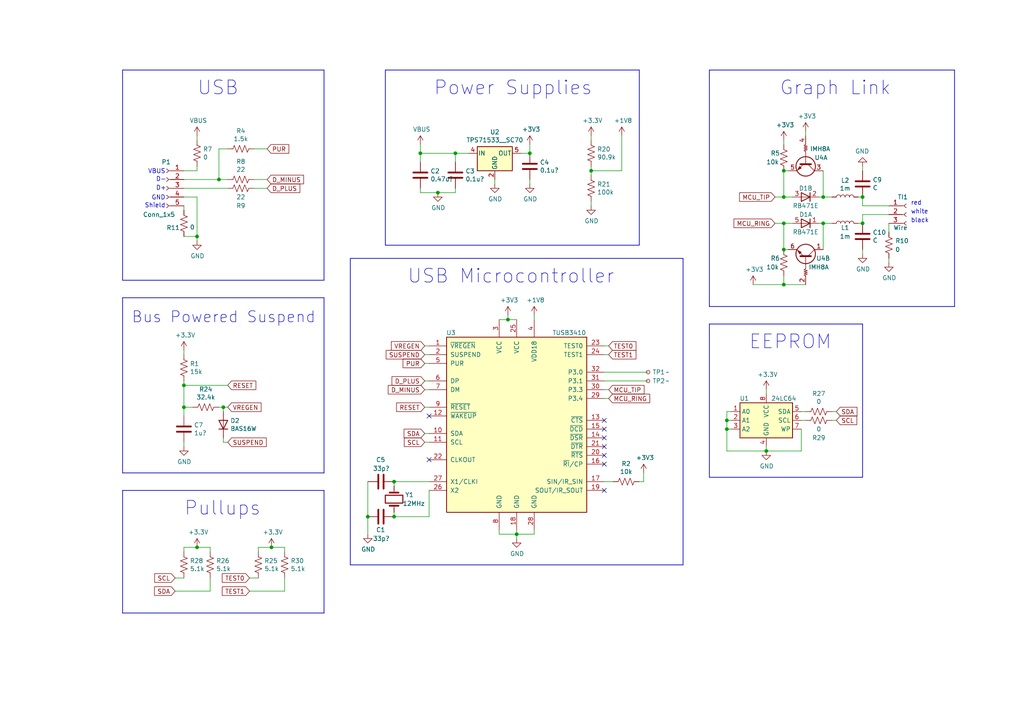
<source format=kicad_sch>
(kicad_sch (version 20230121) (generator eeschema)
  (paper "A4")
  (title_block (title "TI Silver Link \"B\"") (date "2021-Mar-01") (rev "1"))
  (lib_symbols
    (symbol "Connector:Conn_01x03_Female" (pin_names (offset 1.016) hide)
      (property "Reference" "J" (at 0 5.08 0))
      (property "Value" "Connector_Conn_01x03_Female" (at 0 -5.08 0))
      (symbol "Conn_01x03_Female_1_1"
        (arc (start 0 -2.032) (mid -0.5058 -2.54) (end 0 -3.048) (stroke (width 0.1524)))
        (polyline (pts (xy -1.27 -2.54) (xy -0.508 -2.54)) (stroke (width 0.1524)))
        (polyline (pts (xy -1.27 0) (xy -0.508 0)) (stroke (width 0.1524)))
        (polyline (pts (xy -1.27 2.54) (xy -0.508 2.54)) (stroke (width 0.1524)))
        (arc (start 0 0.508) (mid -0.5058 0) (end 0 -0.508) (stroke (width 0.1524)))
        (arc (start 0 3.048) (mid -0.5058 2.54) (end 0 2.032) (stroke (width 0.1524)))
        (pin passive line (at -5.08 2.54 0) (length 3.81) (name "Pin_1") (number "1"))
        (pin passive line (at -5.08 0 0) (length 3.81) (name "Pin_2") (number "2"))
        (pin passive line (at -5.08 -2.54 0) (length 3.81) (name "Pin_3") (number "3"))
      )
    )
    (symbol "Connector:Conn_01x05_Female" (pin_names (offset 1.016) hide)
      (property "Reference" "J" (at 0 7.62 0))
      (property "Value" "Connector_Conn_01x05_Female" (at 0 -7.62 0))
      (symbol "Conn_01x05_Female_1_1"
        (arc (start 0 -4.572) (mid -0.5058 -5.08) (end 0 -5.588) (stroke (width 0.1524)))
        (arc (start 0 -2.032) (mid -0.5058 -2.54) (end 0 -3.048) (stroke (width 0.1524)))
        (polyline (pts (xy -1.27 -5.08) (xy -0.508 -5.08)) (stroke (width 0.1524)))
        (polyline (pts (xy -1.27 -2.54) (xy -0.508 -2.54)) (stroke (width 0.1524)))
        (polyline (pts (xy -1.27 0) (xy -0.508 0)) (stroke (width 0.1524)))
        (polyline (pts (xy -1.27 2.54) (xy -0.508 2.54)) (stroke (width 0.1524)))
        (polyline (pts (xy -1.27 5.08) (xy -0.508 5.08)) (stroke (width 0.1524)))
        (arc (start 0 0.508) (mid -0.5058 0) (end 0 -0.508) (stroke (width 0.1524)))
        (arc (start 0 3.048) (mid -0.5058 2.54) (end 0 2.032) (stroke (width 0.1524)))
        (arc (start 0 5.588) (mid -0.5058 5.08) (end 0 4.572) (stroke (width 0.1524)))
        (pin passive line (at -5.08 5.08 0) (length 3.81) (name "Pin_1") (number "1"))
        (pin passive line (at -5.08 2.54 0) (length 3.81) (name "Pin_2") (number "2"))
        (pin passive line (at -5.08 0 0) (length 3.81) (name "Pin_3") (number "3"))
        (pin passive line (at -5.08 -2.54 0) (length 3.81) (name "Pin_4") (number "4"))
        (pin passive line (at -5.08 -5.08 0) (length 3.81) (name "Pin_5") (number "5"))
      )
    )
    (symbol "Connector:TestPoint_Small" (pin_numbers hide) (pin_names (offset 0.762) hide)
      (property "Reference" "TP" (at 0 3.81 0))
      (property "Value" "TestPoint_Small" (at 0 2.032 0))
      (symbol "TestPoint_Small_0_1"
        (circle (center 0 0) (radius 0.508))
      )
      (symbol "TestPoint_Small_1_1"
        (pin passive line (at 0 0 90) (length 0) (name "1") (number "1"))
      )
    )
    (symbol "Device:C" (pin_numbers hide) (pin_names (offset 0.254))
      (property "Reference" "C" (at 0.635 2.54 0))
      (property "Value" "C" (at 0.635 -2.54 0))
      (symbol "C_0_1"
        (polyline (pts (xy -2.032 -0.762) (xy 2.032 -0.762)) (stroke (width 0.508)))
        (polyline (pts (xy -2.032 0.762) (xy 2.032 0.762)) (stroke (width 0.508)))
      )
      (symbol "C_1_1"
        (pin passive line (at 0 3.81 270) (length 2.794) (name "~") (number "1"))
        (pin passive line (at 0 -3.81 90) (length 2.794) (name "~") (number "2"))
      )
    )
    (symbol "Device:Crystal" (pin_numbers hide) (pin_names (offset 1.016) hide)
      (property "Reference" "Y" (at 0 3.81 0))
      (property "Value" "Crystal" (at 0 -3.81 0))
      (symbol "Crystal_0_1"
        (rectangle (start -1.143 2.54) (end 1.143 -2.54) (stroke (width 0.3048)))
        (polyline (pts (xy -2.54 0) (xy -1.905 0)))
        (polyline (pts (xy -1.905 -1.27) (xy -1.905 1.27)) (stroke (width 0.508)))
        (polyline (pts (xy 1.905 -1.27) (xy 1.905 1.27)) (stroke (width 0.508)))
        (polyline (pts (xy 2.54 0) (xy 1.905 0)))
      )
      (symbol "Crystal_1_1"
        (pin passive line (at -3.81 0 0) (length 1.27) (name "1") (number "1"))
        (pin passive line (at 3.81 0 180) (length 1.27) (name "2") (number "2"))
      )
    )
    (symbol "Device:IMH8A" (pin_names hide)
      (property "Reference" "U" (at 3.81 1.27 0))
      (property "Value" "Device_IMH8A" (at 3.81 -1.27 0))
      (symbol "IMH8A_0_1"
        (polyline (pts (xy -0.762 0) (xy -4.318 0)))
        (polyline (pts (xy -0.635 1.524) (xy -0.635 -1.524)) (stroke (width 0.508)))
        (polyline (pts (xy -6.35 0) (xy -6.096 -0.508) (xy -5.842 0.508) (xy -5.588 -0.508) (xy -5.334 0.508) (xy -5.08 -0.508) (xy -4.826 0.508) (xy -4.572 -0.508) (xy -4.318 0)))
      )
      (symbol "IMH8A_1_1"
        (polyline (pts (xy -0.635 0.635) (xy 1.27 2.54)))
        (polyline (pts (xy -0.635 -0.635) (xy 1.27 -2.54) (xy 1.27 -2.54)))
        (polyline (pts (xy 0 -1.778) (xy 0.508 -1.27) (xy 1.016 -2.286) (xy 0 -1.778) (xy 0 -1.778)) (fill (type outline)))
        (circle (center 0 0) (radius 2.8194) (stroke (width 0.254)))
        (pin passive line (at 1.27 5.08 270) (length 2.54) (name "C1") (number "3"))
        (pin input line (at -8.89 0 0) (length 2.54) (name "B1") (number "4"))
        (pin passive line (at 1.27 -5.08 90) (length 2.54) (name "E1") (number "5"))
      )
      (symbol "IMH8A_2_1"
        (polyline (pts (xy -0.635 0.635) (xy 1.27 2.54)))
        (polyline (pts (xy -0.635 -0.635) (xy 1.27 -2.54) (xy 1.27 -2.54)))
        (polyline (pts (xy 0 -1.778) (xy 0.508 -1.27) (xy 1.016 -2.286) (xy 0 -1.778) (xy 0 -1.778)) (fill (type outline)))
        (circle (center 0 0) (radius 2.8194) (stroke (width 0.254)))
        (pin passive line (at 1.27 5.08 270) (length 2.54) (name "C1") (number "1"))
        (pin input line (at -8.89 0 0) (length 2.54) (name "B1") (number "2"))
        (pin passive line (at 1.27 -5.08 90) (length 2.54) (name "E1") (number "6"))
      )
    )
    (symbol "Device:L" (pin_numbers hide) (pin_names (offset 1.016) hide)
      (property "Reference" "L" (at -1.27 0 90))
      (property "Value" "L" (at 1.905 0 90))
      (symbol "L_0_1"
        (arc (start 0 -2.54) (mid 0.6323 -1.905) (end 0 -1.27))
        (arc (start 0 -1.27) (mid 0.6323 -0.635) (end 0 0))
        (arc (start 0 0) (mid 0.6323 0.635) (end 0 1.27))
        (arc (start 0 1.27) (mid 0.6323 1.905) (end 0 2.54))
      )
      (symbol "L_1_1"
        (pin passive line (at 0 3.81 270) (length 1.27) (name "1") (number "1"))
        (pin passive line (at 0 -3.81 90) (length 1.27) (name "2") (number "2"))
      )
    )
    (symbol "Device:R_US" (pin_numbers hide) (pin_names (offset 0))
      (property "Reference" "R" (at 2.54 0 90))
      (property "Value" "R_US" (at -2.54 0 90))
      (symbol "R_US_0_1"
        (polyline (pts (xy 0 -2.286) (xy 0 -2.54)))
        (polyline (pts (xy 0 2.286) (xy 0 2.54)))
        (polyline (pts (xy 0 -0.762) (xy 1.016 -1.143) (xy 0 -1.524) (xy -1.016 -1.905) (xy 0 -2.286)))
        (polyline (pts (xy 0 0.762) (xy 1.016 0.381) (xy 0 0) (xy -1.016 -0.381) (xy 0 -0.762)))
        (polyline (pts (xy 0 2.286) (xy 1.016 1.905) (xy 0 1.524) (xy -1.016 1.143) (xy 0 0.762)))
      )
      (symbol "R_US_1_1"
        (pin passive line (at 0 3.81 270) (length 1.27) (name "~") (number "1"))
        (pin passive line (at 0 -3.81 90) (length 1.27) (name "~") (number "2"))
      )
    )
    (symbol "Diode:BAS16W" (pin_numbers hide) (pin_names hide)
      (property "Reference" "D" (at 0 2.54 0))
      (property "Value" "BAS16W" (at 0 -2.54 0))
      (symbol "BAS16W_0_1"
        (polyline (pts (xy -1.27 1.27) (xy -1.27 -1.27)) (stroke (width 0.254)))
        (polyline (pts (xy 1.27 0) (xy -1.27 0)))
        (polyline (pts (xy 1.27 1.27) (xy 1.27 -1.27) (xy -1.27 0) (xy 1.27 1.27)) (stroke (width 0.254)))
      )
      (symbol "BAS16W_1_1"
        (pin passive line (at 3.81 0 180) (length 2.54) (name "A") (number "1"))
        (pin no_connect line (at -1.27 0 0) (length 2.54) hide (name "NC") (number "2"))
        (pin passive line (at -3.81 0 0) (length 2.54) (name "K") (number "3"))
      )
    )
    (symbol "Diode:RB417E" (pin_names (offset 1.016))
      (property "Reference" "D" (at 0 0 0))
      (property "Value" "Diode_RB417E" (at 0 0 0))
      (symbol "RB417E_0_1"
        (polyline (pts (xy -1.27 -3.81) (xy -1.27 -1.27)) (stroke (width 0.254)))
        (polyline (pts (xy -1.27 -2.54) (xy 1.27 -2.54)))
        (polyline (pts (xy -1.27 -2.54) (xy 1.27 -3.81) (xy 1.27 -1.27) (xy -1.27 -2.54)) (stroke (width 0.254)))
      )
      (symbol "RB417E_1_1"
        (pin passive line (at -3.81 -2.54 0) (length 2.54) (name "~") (number "1"))
        (pin passive line (at 3.81 -2.54 180) (length 2.54) (name "~") (number "5"))
      )
      (symbol "RB417E_2_1"
        (pin passive line (at -3.81 -2.54 0) (length 2.54) (name "~") (number "2"))
        (pin passive line (at 3.81 -2.54 180) (length 2.54) (name "~") (number "3"))
      )
    )
    (symbol "Interface_USB:TUSB3410" (pin_names (offset 1.016))
      (property "Reference" "U" (at -19.05 26.67 0))
      (property "Value" "Interface_USB_TUSB3410" (at 0 0 0))
      (symbol "TUSB3410_0_1"
        (rectangle (start -20.32 25.4) (end 20.32 -25.4) (stroke (width 0.254)) (fill (type background)))
      )
      (symbol "TUSB3410_1_1"
        (pin input line (at -25.4 22.86 0) (length 5.08) (name "~{VREGEN}") (number "1"))
        (pin bidirectional line (at -25.4 -2.54 0) (length 5.08) (name "SDA") (number "10"))
        (pin bidirectional line (at -25.4 -5.08 0) (length 5.08) (name "SCL") (number "11"))
        (pin input line (at -25.4 2.54 0) (length 5.08) (name "~{WAKEUP}") (number "12"))
        (pin input line (at 25.4 1.27 180) (length 5.08) (name "~{CTS}") (number "13"))
        (pin input line (at 25.4 -3.81 180) (length 5.08) (name "~{DSR}") (number "14"))
        (pin input line (at 25.4 -1.27 180) (length 5.08) (name "~{DCD}") (number "15"))
        (pin input line (at 25.4 -11.43 180) (length 5.08) (name "~{RI}/CP") (number "16"))
        (pin input line (at 25.4 -16.51 180) (length 5.08) (name "SIN/IR_SIN") (number "17"))
        (pin power_in line (at 0 -30.48 90) (length 5.08) (name "GND") (number "18"))
        (pin output line (at 25.4 -19.05 180) (length 5.08) (name "SOUT/IR_SOUT") (number "19"))
        (pin output line (at -25.4 20.32 0) (length 5.08) (name "SUSPEND") (number "2"))
        (pin output line (at 25.4 -8.89 180) (length 5.08) (name "~{RTS}") (number "20"))
        (pin output line (at 25.4 -6.35 180) (length 5.08) (name "~{DTR}") (number "21"))
        (pin output line (at -25.4 -10.16 0) (length 5.08) (name "CLKOUT") (number "22"))
        (pin input line (at 25.4 22.86 180) (length 5.08) (name "TEST0") (number "23"))
        (pin input line (at 25.4 20.32 180) (length 5.08) (name "TEST1") (number "24"))
        (pin power_in line (at 0 30.48 270) (length 5.08) (name "VCC") (number "25"))
        (pin output line (at -25.4 -19.05 0) (length 5.08) (name "X2") (number "26"))
        (pin input line (at -25.4 -16.51 0) (length 5.08) (name "X1/CLKI") (number "27"))
        (pin power_in line (at 5.08 -30.48 90) (length 5.08) (name "GND") (number "28"))
        (pin bidirectional line (at 25.4 7.62 180) (length 5.08) (name "P3.4") (number "29"))
        (pin power_in line (at -5.08 30.48 270) (length 5.08) (name "VCC") (number "3"))
        (pin bidirectional line (at 25.4 10.16 180) (length 5.08) (name "P3.3") (number "30"))
        (pin bidirectional line (at 25.4 12.7 180) (length 5.08) (name "P3.1") (number "31"))
        (pin bidirectional line (at 25.4 15.24 180) (length 5.08) (name "P3.0") (number "32"))
        (pin power_in line (at 5.08 30.48 270) (length 5.08) (name "VDD18") (number "4"))
        (pin output line (at -25.4 17.78 0) (length 5.08) (name "PUR") (number "5"))
        (pin bidirectional line (at -25.4 12.7 0) (length 5.08) (name "DP") (number "6"))
        (pin bidirectional line (at -25.4 10.16 0) (length 5.08) (name "DM") (number "7"))
        (pin power_in line (at -5.08 -30.48 90) (length 5.08) (name "GND") (number "8"))
        (pin input line (at -25.4 5.08 0) (length 5.08) (name "~{RESET}") (number "9"))
      )
    )
    (symbol "Memory_EEPROM:24LC64"
      (property "Reference" "U" (at -6.35 6.35 0))
      (property "Value" "24LC64" (at 1.27 6.35 0))
      (symbol "24LC64_1_1"
        (rectangle (start -7.62 5.08) (end 7.62 -5.08) (stroke (width 0.254)) (fill (type background)))
        (pin input line (at -10.16 2.54 0) (length 2.54) (name "A0") (number "1"))
        (pin input line (at -10.16 0 0) (length 2.54) (name "A1") (number "2"))
        (pin input line (at -10.16 -2.54 0) (length 2.54) (name "A2") (number "3"))
        (pin power_in line (at 0 -7.62 90) (length 2.54) (name "GND") (number "4"))
        (pin bidirectional line (at 10.16 2.54 180) (length 2.54) (name "SDA") (number "5"))
        (pin input line (at 10.16 0 180) (length 2.54) (name "SCL") (number "6"))
        (pin input line (at 10.16 -2.54 180) (length 2.54) (name "WP") (number "7"))
        (pin power_in line (at 0 7.62 270) (length 2.54) (name "VCC") (number "8"))
      )
    )
    (symbol "Regulator_Linear:TPS71533__SC70" (pin_names (offset 0.254))
      (property "Reference" "U" (at -3.81 3.175 0))
      (property "Value" "TPS71533__SC70" (at 0 3.175 0))
      (symbol "TPS71533__SC70_0_1"
        (rectangle (start -5.08 1.905) (end 5.08 -5.08) (stroke (width 0.254)) (fill (type background)))
      )
      (symbol "TPS71533__SC70_1_1"
        (pin no_connect line (at 5.08 -2.54 180) (length 2.54) hide (name "NC") (number "1"))
        (pin power_in line (at 0 -7.62 90) (length 2.54) (name "GND") (number "2"))
        (pin no_connect line (at -5.08 -2.54 0) (length 2.54) hide (name "NC") (number "3"))
        (pin power_in line (at -7.62 0 0) (length 2.54) (name "IN") (number "4"))
        (pin power_out line (at 7.62 0 180) (length 2.54) (name "OUT") (number "5"))
      )
    )
    (symbol "power:+1V8" (power) (pin_names (offset 0))
      (property "Value" "+1V8" (at 0 3.556 0))
      (symbol "+1V8_0_1"
        (polyline (pts (xy -0.762 1.27) (xy 0 2.54)))
        (polyline (pts (xy 0 0) (xy 0 2.54)))
        (polyline (pts (xy 0 2.54) (xy 0.762 1.27)))
      )
      (symbol "+1V8_1_1"
        (pin power_in line (at 0 0 90) (length 0) hide (name "+1V8") (number "1"))
      )
    )
    (symbol "power:+3.3V" (power) (pin_names (offset 0))
      (property "Value" "+3.3V" (at 0 3.556 0))
      (symbol "+3.3V_0_1"
        (polyline (pts (xy -0.762 1.27) (xy 0 2.54)))
        (polyline (pts (xy 0 0) (xy 0 2.54)))
        (polyline (pts (xy 0 2.54) (xy 0.762 1.27)))
      )
      (symbol "+3.3V_1_1"
        (pin power_in line (at 0 0 90) (length 0) hide (name "+3.3V") (number "1"))
      )
    )
    (symbol "power:+3V3" (power) (pin_names (offset 0))
      (property "Value" "+3V3" (at 0 3.556 0))
      (symbol "+3V3_0_1"
        (polyline (pts (xy -0.762 1.27) (xy 0 2.54)))
        (polyline (pts (xy 0 0) (xy 0 2.54)))
        (polyline (pts (xy 0 2.54) (xy 0.762 1.27)))
      )
      (symbol "+3V3_1_1"
        (pin power_in line (at 0 0 90) (length 0) hide (name "+3V3") (number "1"))
      )
    )
    (symbol "power:GND" (power) (pin_names (offset 0))
      (property "Value" "GND" (at 0 -3.81 0))
      (symbol "GND_0_1"
        (polyline (pts (xy 0 0) (xy 0 -1.27) (xy 1.27 -1.27) (xy 0 -2.54) (xy -1.27 -1.27) (xy 0 -1.27)))
      )
      (symbol "GND_1_1"
        (pin power_in line (at 0 0 270) (length 0) hide (name "GND") (number "1"))
      )
    )
    (symbol "power:VBUS" (power) (pin_names (offset 0))
      (property "Value" "VBUS" (at 0 3.81 0))
      (symbol "VBUS_0_1"
        (polyline (pts (xy -0.762 1.27) (xy 0 2.54)))
        (polyline (pts (xy 0 0) (xy 0 2.54)))
        (polyline (pts (xy 0 2.54) (xy 0.762 1.27)))
      )
      (symbol "VBUS_1_1"
        (pin power_in line (at 0 0 90) (length 0) hide (name "VBUS") (number "1"))
      )
    )
  )
  (junction (at 127 55.88))
  (junction (at 132.08 44.45))
  (junction (at 210.82 121.92))
  (junction (at 227.33 49.53))
  (junction (at 210.82 124.46))
  (junction (at 114.3 139.7))
  (junction (at 78.74 158.75))
  (junction (at 53.34 111.76))
  (junction (at 106.68 149.86))
  (junction (at 53.34 118.11))
  (junction (at 227.33 64.77))
  (junction (at 149.86 154.94))
  (junction (at 64.77 118.11))
  (junction (at 153.67 44.45))
  (junction (at 63.5 52.07))
  (junction (at 171.45 49.53))
  (junction (at 57.15 68.58))
  (junction (at 222.25 130.81))
  (junction (at 250.19 64.77))
  (junction (at 147.32 92.71))
  (junction (at 250.19 57.15))
  (junction (at 238.76 57.15))
  (junction (at 121.92 44.45))
  (junction (at 227.33 72.39))
  (junction (at 227.33 57.15))
  (junction (at 114.3 149.86))
  (junction (at 238.76 64.77))
  (junction (at 57.15 158.75))
  (junction (at 227.33 82.55))
  (no_connect (at 175.26 142.24))
  (no_connect (at 175.26 132.08))
  (no_connect (at 124.46 120.65))
  (no_connect (at 175.26 124.46))
  (no_connect (at 175.26 134.62))
  (no_connect (at 175.26 121.92))
  (no_connect (at 124.46 133.35))
  (no_connect (at 175.26 129.54))
  (no_connect (at 175.26 127))
  (wire (pts (xy 63.5 52.07) (xy 66.04 52.07)))
  (wire (pts (xy 257.81 59.69) (xy 250.19 59.69)))
  (wire (pts (xy 114.3 140.97) (xy 114.3 139.7)))
  (wire (pts (xy 132.08 46.99) (xy 132.08 44.45)))
  (wire (pts (xy 123.19 100.33) (xy 124.46 100.33)))
  (wire (pts (xy 50.8 171.45) (xy 60.96 171.45)))
  (wire (pts (xy 74.93 160.02) (xy 74.93 158.75)))
  (wire (pts (xy 227.33 49.53) (xy 227.33 57.15)))
  (wire (pts (xy 257.81 64.77) (xy 257.81 67.31)))
  (wire (pts (xy 232.41 130.81) (xy 232.41 124.46)))
  (wire (pts (xy 53.34 68.58) (xy 57.15 68.58)))
  (polyline (pts (xy 101.6 74.93) (xy 198.12 74.93)) (stroke (width 0.2032) (type solid)))
  (wire (pts (xy 241.3 119.38) (xy 242.57 119.38)))
  (wire (pts (xy 121.92 44.45) (xy 121.92 46.99)))
  (polyline (pts (xy 250.19 138.43) (xy 250.19 93.98)) (stroke (width 0.2032) (type solid)))
  (wire (pts (xy 123.19 113.03) (xy 124.46 113.03)))
  (wire (pts (xy 257.81 74.93) (xy 257.81 76.2)))
  (wire (pts (xy 210.82 130.81) (xy 222.25 130.81)))
  (wire (pts (xy 175.26 100.33) (xy 176.53 100.33)))
  (wire (pts (xy 73.66 54.61) (xy 77.47 54.61)))
  (wire (pts (xy 66.04 111.76) (xy 53.34 111.76)))
  (wire (pts (xy 151.13 44.45) (xy 153.67 44.45)))
  (wire (pts (xy 123.19 128.27) (xy 124.46 128.27)))
  (wire (pts (xy 175.26 110.49) (xy 187.96 110.49)))
  (wire (pts (xy 185.42 139.7) (xy 186.69 139.7)))
  (wire (pts (xy 53.34 57.15) (xy 57.15 57.15)))
  (wire (pts (xy 250.19 57.15) (xy 248.92 57.15)))
  (polyline (pts (xy 35.56 137.16) (xy 93.98 137.16)) (stroke (width 0.2032) (type solid)))
  (wire (pts (xy 60.96 158.75) (xy 57.15 158.75)))
  (wire (pts (xy 114.3 149.86) (xy 114.3 148.59)))
  (wire (pts (xy 237.49 57.15) (xy 238.76 57.15)))
  (wire (pts (xy 250.19 62.23) (xy 250.19 64.77)))
  (wire (pts (xy 241.3 57.15) (xy 238.76 57.15)))
  (wire (pts (xy 171.45 49.53) (xy 171.45 50.8)))
  (wire (pts (xy 123.19 105.41) (xy 124.46 105.41)))
  (wire (pts (xy 154.94 154.94) (xy 154.94 153.67)))
  (wire (pts (xy 186.69 139.7) (xy 186.69 137.16)))
  (wire (pts (xy 212.09 124.46) (xy 210.82 124.46)))
  (wire (pts (xy 64.77 128.27) (xy 64.77 127)))
  (polyline (pts (xy 35.56 86.36) (xy 93.98 86.36)) (stroke (width 0.2032) (type solid)))
  (wire (pts (xy 149.86 154.94) (xy 149.86 156.21)))
  (wire (pts (xy 227.33 41.91) (xy 227.33 40.64)))
  (wire (pts (xy 224.79 64.77) (xy 227.33 64.77)))
  (wire (pts (xy 121.92 54.61) (xy 121.92 55.88)))
  (wire (pts (xy 154.94 92.71) (xy 154.94 91.44)))
  (wire (pts (xy 127 55.88) (xy 132.08 55.88)))
  (wire (pts (xy 60.96 160.02) (xy 60.96 158.75)))
  (polyline (pts (xy 93.98 81.28) (xy 93.98 20.32)) (stroke (width 0.2032) (type solid)))
  (wire (pts (xy 66.04 43.18) (xy 63.5 43.18)))
  (wire (pts (xy 106.68 139.7) (xy 106.68 149.86)))
  (wire (pts (xy 132.08 44.45) (xy 135.89 44.45)))
  (wire (pts (xy 53.34 120.65) (xy 53.34 118.11)))
  (polyline (pts (xy 205.74 20.32) (xy 205.74 88.9)) (stroke (width 0.2032) (type solid)))
  (wire (pts (xy 123.19 125.73) (xy 124.46 125.73)))
  (polyline (pts (xy 111.76 71.12) (xy 185.42 71.12)) (stroke (width 0.2032) (type solid)))
  (wire (pts (xy 53.34 111.76) (xy 53.34 118.11)))
  (polyline (pts (xy 93.98 86.36) (xy 93.98 137.16)) (stroke (width 0.2032) (type solid)))
  (wire (pts (xy 64.77 119.38) (xy 64.77 118.11)))
  (wire (pts (xy 175.26 115.57) (xy 176.53 115.57)))
  (wire (pts (xy 250.19 62.23) (xy 257.81 62.23)))
  (wire (pts (xy 82.55 171.45) (xy 82.55 167.64)))
  (wire (pts (xy 60.96 171.45) (xy 60.96 167.64)))
  (polyline (pts (xy 205.74 138.43) (xy 250.19 138.43)) (stroke (width 0.2032) (type solid)))
  (wire (pts (xy 82.55 158.75) (xy 82.55 160.02)))
  (wire (pts (xy 78.74 158.75) (xy 82.55 158.75)))
  (wire (pts (xy 144.78 92.71) (xy 147.32 92.71)))
  (wire (pts (xy 144.78 153.67) (xy 144.78 154.94)))
  (wire (pts (xy 212.09 121.92) (xy 210.82 121.92)))
  (polyline (pts (xy 35.56 137.16) (xy 35.56 86.36)) (stroke (width 0.2032) (type solid)))
  (wire (pts (xy 53.34 160.02) (xy 53.34 158.75)))
  (wire (pts (xy 232.41 119.38) (xy 233.68 119.38)))
  (wire (pts (xy 50.8 167.64) (xy 53.34 167.64)))
  (wire (pts (xy 124.46 142.24) (xy 124.46 149.86)))
  (wire (pts (xy 237.49 64.77) (xy 238.76 64.77)))
  (wire (pts (xy 250.19 49.53) (xy 250.19 48.26)))
  (wire (pts (xy 227.33 80.01) (xy 227.33 82.55)))
  (polyline (pts (xy 198.12 74.93) (xy 198.12 163.83)) (stroke (width 0.2032) (type solid)))
  (wire (pts (xy 124.46 102.87) (xy 123.19 102.87)))
  (wire (pts (xy 250.19 72.39) (xy 250.19 73.66)))
  (polyline (pts (xy 276.86 20.32) (xy 205.74 20.32)) (stroke (width 0.2032) (type solid)))
  (polyline (pts (xy 185.42 20.32) (xy 185.42 71.12)) (stroke (width 0.2032) (type solid)))
  (wire (pts (xy 57.15 40.64) (xy 57.15 39.37)))
  (wire (pts (xy 149.86 153.67) (xy 149.86 154.94)))
  (wire (pts (xy 149.86 154.94) (xy 154.94 154.94)))
  (wire (pts (xy 73.66 52.07) (xy 77.47 52.07)))
  (wire (pts (xy 218.44 82.55) (xy 227.33 82.55)))
  (wire (pts (xy 248.92 64.77) (xy 250.19 64.77)))
  (polyline (pts (xy 198.12 163.83) (xy 101.6 163.83)) (stroke (width 0.2032) (type solid)))
  (wire (pts (xy 171.45 49.53) (xy 180.34 49.53)))
  (wire (pts (xy 66.04 118.11) (xy 64.77 118.11)))
  (wire (pts (xy 224.79 57.15) (xy 227.33 57.15)))
  (wire (pts (xy 187.96 107.95) (xy 175.26 107.95)))
  (wire (pts (xy 53.34 158.75) (xy 57.15 158.75)))
  (wire (pts (xy 180.34 49.53) (xy 180.34 39.37)))
  (wire (pts (xy 57.15 68.58) (xy 57.15 69.85)))
  (polyline (pts (xy 93.98 177.8) (xy 35.56 177.8)) (stroke (width 0.2032) (type solid)))
  (wire (pts (xy 228.6 49.53) (xy 227.33 49.53)))
  (wire (pts (xy 64.77 118.11) (xy 63.5 118.11)))
  (wire (pts (xy 106.68 149.86) (xy 106.68 154.94)))
  (wire (pts (xy 241.3 121.92) (xy 242.57 121.92)))
  (wire (pts (xy 53.34 49.53) (xy 57.15 49.53)))
  (wire (pts (xy 53.34 102.87) (xy 53.34 101.6)))
  (wire (pts (xy 228.6 72.39) (xy 227.33 72.39)))
  (wire (pts (xy 55.88 118.11) (xy 53.34 118.11)))
  (polyline (pts (xy 250.19 93.98) (xy 205.74 93.98)) (stroke (width 0.2032) (type solid)))
  (wire (pts (xy 153.67 53.34) (xy 153.67 52.07)))
  (polyline (pts (xy 205.74 93.98) (xy 205.74 138.43)) (stroke (width 0.2032) (type solid)))
  (wire (pts (xy 53.34 54.61) (xy 66.04 54.61)))
  (wire (pts (xy 238.76 72.39) (xy 238.76 64.77)))
  (wire (pts (xy 123.19 110.49) (xy 124.46 110.49)))
  (wire (pts (xy 171.45 48.26) (xy 171.45 49.53)))
  (wire (pts (xy 124.46 139.7) (xy 114.3 139.7)))
  (polyline (pts (xy 276.86 20.32) (xy 276.86 88.9)) (stroke (width 0.2032) (type solid)))
  (wire (pts (xy 227.33 64.77) (xy 229.87 64.77)))
  (wire (pts (xy 53.34 60.96) (xy 53.34 59.69)))
  (wire (pts (xy 53.34 128.27) (xy 53.34 129.54)))
  (wire (pts (xy 147.32 92.71) (xy 149.86 92.71)))
  (wire (pts (xy 233.68 38.1) (xy 233.68 39.37)))
  (polyline (pts (xy 93.98 20.32) (xy 35.56 20.32)) (stroke (width 0.2032) (type solid)))
  (wire (pts (xy 57.15 68.58) (xy 57.15 57.15)))
  (wire (pts (xy 121.92 55.88) (xy 127 55.88)))
  (polyline (pts (xy 101.6 163.83) (xy 101.6 74.93)) (stroke (width 0.2032) (type solid)))
  (wire (pts (xy 147.32 92.71) (xy 147.32 91.44)))
  (wire (pts (xy 171.45 40.64) (xy 171.45 39.37)))
  (wire (pts (xy 222.25 130.81) (xy 232.41 130.81)))
  (wire (pts (xy 143.51 52.07) (xy 143.51 53.34)))
  (polyline (pts (xy 35.56 177.8) (xy 35.56 142.24)) (stroke (width 0.2032) (type solid)))
  (wire (pts (xy 238.76 64.77) (xy 241.3 64.77)))
  (wire (pts (xy 227.33 82.55) (xy 233.68 82.55)))
  (wire (pts (xy 171.45 59.69) (xy 171.45 58.42)))
  (wire (pts (xy 212.09 119.38) (xy 210.82 119.38)))
  (wire (pts (xy 63.5 43.18) (xy 63.5 52.07)))
  (wire (pts (xy 210.82 119.38) (xy 210.82 121.92)))
  (wire (pts (xy 222.25 130.81) (xy 222.25 129.54)))
  (wire (pts (xy 175.26 113.03) (xy 176.53 113.03)))
  (wire (pts (xy 72.39 171.45) (xy 82.55 171.45)))
  (wire (pts (xy 66.04 128.27) (xy 64.77 128.27)))
  (wire (pts (xy 210.82 121.92) (xy 210.82 124.46)))
  (wire (pts (xy 250.19 59.69) (xy 250.19 57.15)))
  (wire (pts (xy 175.26 139.7) (xy 177.8 139.7)))
  (wire (pts (xy 222.25 114.3) (xy 222.25 113.03)))
  (wire (pts (xy 53.34 110.49) (xy 53.34 111.76)))
  (polyline (pts (xy 35.56 81.28) (xy 93.98 81.28)) (stroke (width 0.2032) (type solid)))
  (wire (pts (xy 114.3 149.86) (xy 124.46 149.86)))
  (wire (pts (xy 232.41 121.92) (xy 233.68 121.92)))
  (wire (pts (xy 123.19 118.11) (xy 124.46 118.11)))
  (wire (pts (xy 132.08 55.88) (xy 132.08 54.61)))
  (wire (pts (xy 227.33 57.15) (xy 229.87 57.15)))
  (wire (pts (xy 121.92 41.91) (xy 121.92 44.45)))
  (polyline (pts (xy 111.76 20.32) (xy 185.42 20.32)) (stroke (width 0.2032) (type solid)))
  (wire (pts (xy 53.34 52.07) (xy 63.5 52.07)))
  (polyline (pts (xy 111.76 20.32) (xy 111.76 71.12)) (stroke (width 0.2032) (type solid)))
  (wire (pts (xy 238.76 49.53) (xy 238.76 57.15)))
  (wire (pts (xy 72.39 167.64) (xy 74.93 167.64)))
  (wire (pts (xy 153.67 44.45) (xy 153.67 41.91)))
  (wire (pts (xy 175.26 102.87) (xy 176.53 102.87)))
  (polyline (pts (xy 35.56 20.32) (xy 35.56 81.28)) (stroke (width 0.2032) (type solid)))
  (wire (pts (xy 144.78 154.94) (xy 149.86 154.94)))
  (wire (pts (xy 132.08 44.45) (xy 121.92 44.45)))
  (wire (pts (xy 73.66 43.18) (xy 77.47 43.18)))
  (polyline (pts (xy 276.86 88.9) (xy 205.74 88.9)) (stroke (width 0.2032) (type solid)))
  (polyline (pts (xy 35.56 142.24) (xy 93.98 142.24)) (stroke (width 0.2032) (type solid)))
  (polyline (pts (xy 93.98 142.24) (xy 93.98 177.8)) (stroke (width 0.2032) (type solid)))
  (wire (pts (xy 210.82 124.46) (xy 210.82 130.81)))
  (wire (pts (xy 57.15 48.26) (xy 57.15 49.53)))
  (wire (pts (xy 74.93 158.75) (xy 78.74 158.75)))
  (wire (pts (xy 227.33 72.39) (xy 227.33 64.77)))
  (text "red" (at 264.16 59.69 0) (effects (font (size 1.27 1.27)) (justify left bottom)))
  (text "Bus Powered Suspend" (at 38.1 93.98 0) (effects (font (size 3.2004 3.2004)) (justify left bottom)))
  (text "GND" (at 48.006 58.166 0) (effects (font (size 1.27 1.27)) (justify right bottom)))
  (text "white" (at 264.16 62.23 0) (effects (font (size 1.27 1.27)) (justify left bottom)))
  (text "USB Microcontroller\n" (at 118.11 82.55 0) (effects (font (size 3.9878 3.9878)) (justify left bottom)))
  (text "D+" (at 45.212 55.372 0) (effects (font (size 1.27 1.27)) (justify left bottom)))
  (text "Shield" (at 48.006 60.452 0) (effects (font (size 1.27 1.27)) (justify right bottom)))
  (text "VBUS" (at 48.006 50.546 0) (effects (font (size 1.27 1.27)) (justify right bottom)))
  (text "black" (at 264.16 64.77 0) (effects (font (size 1.27 1.27)) (justify left bottom)))
  (text "Pullups" (at 53.34 149.86 0) (effects (font (size 3.9878 3.9878)) (justify left bottom)))
  (text "Graph Link\n" (at 226.06 27.94 0) (effects (font (size 3.9878 3.9878)) (justify left bottom)))
  (text "USB" (at 57.15 27.94 0) (effects (font (size 3.9878 3.9878)) (justify left bottom)))
  (text "D-" (at 45.212 52.832 0) (effects (font (size 1.27 1.27)) (justify left bottom)))
  (text "EEPROM" (at 217.17 101.6 0) (effects (font (size 3.9878 3.9878)) (justify left bottom)))
  (text "Power Supplies" (at 125.73 27.94 0) (effects (font (size 3.9878 3.9878)) (justify left bottom)))
  (global_label "TEST1" (shape input) (at 176.53 102.87 0) (property "Intersheetrefs" "${INTERSHEET_REFS}" (effects hide)))
  (global_label "PUR" (shape input) (at 77.47 43.18 0) (property "Intersheetrefs" "${INTERSHEET_REFS}" (effects hide)))
  (global_label "MCU_RING" (shape input) (at 176.53 115.57 0) (property "Intersheetrefs" "${INTERSHEET_REFS}" (effects hide)))
  (global_label "D_MINUS" (shape input) (at 123.19 113.03 180) (property "Intersheetrefs" "${INTERSHEET_REFS}" (effects hide)))
  (global_label "TEST0" (shape input) (at 176.53 100.33 0) (property "Intersheetrefs" "${INTERSHEET_REFS}" (effects hide)))
  (global_label "D_MINUS" (shape input) (at 77.47 52.07 0) (property "Intersheetrefs" "${INTERSHEET_REFS}" (effects hide)))
  (global_label "D_PLUS" (shape input) (at 77.47 54.61 0) (property "Intersheetrefs" "${INTERSHEET_REFS}" (effects hide)))
  (global_label "SCL" (shape input) (at 123.19 128.27 180) (property "Intersheetrefs" "${INTERSHEET_REFS}" (effects hide)))
  (global_label "MCU_TIP" (shape input) (at 224.79 57.15 180) (property "Intersheetrefs" "${INTERSHEET_REFS}" (effects hide)))
  (global_label "TEST0" (shape input) (at 72.39 167.64 180) (property "Intersheetrefs" "${INTERSHEET_REFS}" (effects hide)))
  (global_label "TEST1" (shape input) (at 72.39 171.45 180) (property "Intersheetrefs" "${INTERSHEET_REFS}" (effects hide)))
  (global_label "VREGEN" (shape input) (at 66.04 118.11 0) (property "Intersheetrefs" "${INTERSHEET_REFS}" (effects hide)))
  (global_label "MCU_TIP" (shape input) (at 176.53 113.03 0) (property "Intersheetrefs" "${INTERSHEET_REFS}" (effects hide)))
  (global_label "SUSPEND" (shape input) (at 123.19 102.87 180) (property "Intersheetrefs" "${INTERSHEET_REFS}" (effects hide)))
  (global_label "SCL" (shape input) (at 242.57 121.92 0) (property "Intersheetrefs" "${INTERSHEET_REFS}" (effects hide)))
  (global_label "VREGEN" (shape input) (at 123.19 100.33 180) (property "Intersheetrefs" "${INTERSHEET_REFS}" (effects hide)))
  (global_label "SUSPEND" (shape input) (at 66.04 128.27 0) (property "Intersheetrefs" "${INTERSHEET_REFS}" (effects hide)))
  (global_label "RESET" (shape input) (at 123.19 118.11 180) (property "Intersheetrefs" "${INTERSHEET_REFS}" (effects hide)))
  (global_label "MCU_RING" (shape input) (at 224.79 64.77 180) (property "Intersheetrefs" "${INTERSHEET_REFS}" (effects hide)))
  (global_label "SDA" (shape input) (at 123.19 125.73 180) (property "Intersheetrefs" "${INTERSHEET_REFS}" (effects hide)))
  (global_label "PUR" (shape input) (at 123.19 105.41 180) (property "Intersheetrefs" "${INTERSHEET_REFS}" (effects hide)))
  (global_label "SDA" (shape input) (at 242.57 119.38 0) (property "Intersheetrefs" "${INTERSHEET_REFS}" (effects hide)))
  (global_label "SCL" (shape input) (at 50.8 167.64 180) (property "Intersheetrefs" "${INTERSHEET_REFS}" (effects hide)))
  (global_label "RESET" (shape input) (at 66.04 111.76 0) (property "Intersheetrefs" "${INTERSHEET_REFS}" (effects hide)))
  (global_label "D_PLUS" (shape input) (at 123.19 110.49 180) (property "Intersheetrefs" "${INTERSHEET_REFS}" (effects hide)))
  (global_label "SDA" (shape input) (at 50.8 171.45 180) (property "Intersheetrefs" "${INTERSHEET_REFS}" (effects hide)))
  (symbol (lib_id "Connector:Conn_01x05_Female") (at 48.26 54.61 0) (mirror y) (unit 1)
    (property "Reference" "P1" (at 49.53 46.99 0) (effects (justify left)))
    (property "Value" "Conn_1x5" (at 50.8 62.23 0) (effects (justify left)))
  )
  (symbol (lib_id "Device:R_US") (at 57.15 44.45 0) (unit 1)
    (property "Reference" "R7" (at 58.8772 43.2816 0) (effects (justify left)))
    (property "Value" "0" (at 58.8772 45.593 0) (effects (justify left)))
  )
  (symbol (lib_id "Device:IMH8A") (at 233.68 48.26 270) (unit 1)
    (property "Reference" "U4" (at 236.22 45.72 90) (effects (justify left)))
    (property "Value" "IMH8A" (at 234.95 43.18 90) (effects (justify left)))
  )
  (symbol (lib_id "Device:IMH8A") (at 233.68 73.66 270) (mirror x) (unit 2)
    (property "Reference" "U4" (at 238.76 74.93 90))
    (property "Value" "IMH8A" (at 237.49 77.47 90))
  )
  (symbol (lib_id "power:GND") (at 127 55.88 0) (unit 1)
    (property "Reference" "#PWR0104" (effects hide))
    (property "Value" "GND" (at 127.127 60.2742 0))
  )
  (symbol (lib_id "Device:C") (at 121.92 50.8 0) (unit 1)
    (property "Reference" "C2" (at 124.841 49.6316 0) (effects (justify left)))
    (property "Value" "0.47u?" (at 124.841 51.943 0) (effects (justify left)))
  )
  (symbol (lib_id "Device:C") (at 132.08 50.8 0) (unit 1)
    (property "Reference" "C3" (at 135.001 49.6316 0) (effects (justify left)))
    (property "Value" "0.1u?" (at 135.001 51.943 0) (effects (justify left)))
  )
  (symbol (lib_id "Device:R_US") (at 69.85 52.07 270) (unit 1)
    (property "Reference" "R8" (at 69.85 46.863 90))
    (property "Value" "22" (at 69.85 49.1744 90))
  )
  (symbol (lib_id "Device:R_US") (at 69.85 54.61 270) (unit 1)
    (property "Reference" "R9" (at 69.85 59.69 90))
    (property "Value" "22" (at 69.85 57.15 90))
  )
  (symbol (lib_id "Device:C") (at 153.67 48.26 0) (unit 1)
    (property "Reference" "C4" (at 156.591 47.0916 0) (effects (justify left)))
    (property "Value" "0.1u?" (at 156.591 49.403 0) (effects (justify left)))
  )
  (symbol (lib_id "power:GND") (at 153.67 53.34 0) (unit 1)
    (property "Reference" "#PWR0105" (effects hide))
    (property "Value" "GND" (at 153.797 57.7342 0))
  )
  (symbol (lib_id "power:GND") (at 143.51 53.34 0) (unit 1)
    (property "Reference" "#PWR0106" (effects hide))
    (property "Value" "GND" (at 143.637 57.7342 0))
  )
  (symbol (lib_id "power:+3V3") (at 153.67 41.91 0) (unit 1)
    (property "Reference" "#PWR0108" (effects hide))
    (property "Value" "+3V3" (at 154.051 37.5158 0))
  )
  (symbol (lib_id "Device:Crystal") (at 114.3 144.78 90) (unit 1)
    (property "Reference" "Y1" (at 118.745 143.51 90))
    (property "Value" "12MHz" (at 120.015 146.05 90))
  )
  (symbol (lib_id "power:GND") (at 57.15 69.85 0) (unit 1)
    (property "Reference" "#PWR?" (effects hide))
    (property "Value" "GND" (at 57.277 74.2442 0))
  )
  (symbol (lib_id "Device:R_US") (at 53.34 64.77 0) (unit 1)
    (property "Reference" "R11" (at 48.26 66.04 0) (effects (justify left)))
    (property "Value" "0" (at 55.0672 65.913 0) (effects (justify left)))
  )
  (symbol (lib_id "Device:R_US") (at 69.85 43.18 270) (unit 1)
    (property "Reference" "R4" (at 69.85 37.973 90))
    (property "Value" "1.5k" (at 69.85 40.2844 90))
  )
  (symbol (lib_id "Interface_USB:TUSB3410") (at 149.86 123.19 0) (unit 1)
    (property "Reference" "U3" (at 130.81 96.52 0))
    (property "Value" "TUSB3410" (at 165.1 96.52 0))
    (property "Footprint" "Package_DFN_QFN:VQFN-32-1EP_5x5mm_P0.5mm_EP3.5x3.5mm_ThermalVias" (effects hide))
    (property "Datasheet" "https://www.ti.com/lit/gpn/tusb3410" (effects hide))
  )
  (symbol (lib_id "Device:C") (at 110.49 139.7 90) (unit 1)
    (property "Reference" "C5" (at 111.76 133.35 90) (effects (justify left)))
    (property "Value" "33p?" (at 113.03 135.89 90) (effects (justify left)))
  )
  (symbol (lib_id "Device:C") (at 110.49 149.86 90) (unit 1)
    (property "Reference" "C1" (at 111.76 153.67 90) (effects (justify left)))
    (property "Value" "33p?" (at 113.03 156.21 90) (effects (justify left)))
  )
  (symbol (lib_id "Diode:RB417E") (at 233.68 67.31 180) (unit 1)
    (property "Reference" "D1" (at 233.68 62.23 0))
    (property "Value" "RB471E" (at 233.68 67.31 0))
  )
  (symbol (lib_id "Diode:RB417E") (at 233.68 59.69 180) (unit 2)
    (property "Reference" "D1" (at 233.68 54.61 0))
    (property "Value" "RB471E" (at 233.68 59.69 0))
  )
  (symbol (lib_id "Device:R_US") (at 53.34 106.68 0) (unit 1)
    (property "Reference" "R1" (at 55.0672 105.5116 0) (effects (justify left)))
    (property "Value" "15k" (at 55.0672 107.823 0) (effects (justify left)))
  )
  (symbol (lib_id "Device:R_US") (at 59.69 118.11 270) (unit 1)
    (property "Reference" "R24" (at 59.69 112.903 90))
    (property "Value" "32.4k" (at 59.69 115.2144 90))
  )
  (symbol (lib_id "Device:C") (at 53.34 124.46 0) (unit 1)
    (property "Reference" "C7" (at 56.261 123.2916 0) (effects (justify left)))
    (property "Value" "1u?" (at 56.261 125.603 0) (effects (justify left)))
  )
  (symbol (lib_id "power:GND") (at 53.34 129.54 0) (unit 1)
    (property "Reference" "#PWR?" (effects hide))
    (property "Value" "GND" (at 53.467 133.9342 0))
  )
  (symbol (lib_id "power:+3.3V") (at 53.34 101.6 0) (unit 1)
    (property "Reference" "#PWR?" (effects hide))
    (property "Value" "+3.3V" (at 53.721 97.2058 0))
  )
  (symbol (lib_id "Connector:Conn_01x03_Female") (at 262.89 62.23 0) (unit 1)
    (property "Reference" "TI1" (at 260.35 57.15 0) (effects (justify left)))
    (property "Value" "Wire" (at 259.08 66.04 0) (effects (justify left)))
  )
  (symbol (lib_id "Device:C") (at 250.19 53.34 0) (unit 1)
    (property "Reference" "C9" (at 253.111 52.1716 0) (effects (justify left)))
    (property "Value" "C" (at 253.111 54.483 0) (effects (justify left)))
  )
  (symbol (lib_id "Device:C") (at 250.19 68.58 0) (unit 1)
    (property "Reference" "C10" (at 253.111 67.4116 0) (effects (justify left)))
    (property "Value" "C" (at 253.111 69.723 0) (effects (justify left)))
  )
  (symbol (lib_id "Diode:BAS16W") (at 64.77 123.19 90) (unit 1)
    (property "Reference" "D2" (at 66.802 122.0216 90) (effects (justify right)))
    (property "Value" "BAS16W" (at 66.802 124.333 90) (effects (justify right)))
    (property "Footprint" "Package_TO_SOT_SMD:SOT-323_SC-70" (effects hide))
    (property "Datasheet" "https://assets.nexperia.com/documents/data-sheet/BAS16_SER.pdf" (effects hide))
  )
  (symbol (lib_id "Device:R_US") (at 257.81 71.12 0) (unit 1)
    (property "Reference" "R10" (at 261.62 69.85 0))
    (property "Value" "0" (at 260.35 72.39 0))
  )
  (symbol (lib_id "power:GND") (at 250.19 73.66 0) (unit 1)
    (property "Reference" "#PWR0116" (effects hide))
    (property "Value" "GND" (at 250.317 78.0542 0))
  )
  (symbol (lib_id "power:GND") (at 257.81 76.2 0) (unit 1)
    (property "Reference" "#PWR0117" (effects hide))
    (property "Value" "GND" (at 257.937 80.5942 0))
  )
  (symbol (lib_id "power:GND") (at 149.86 156.21 0) (unit 1)
    (property "Reference" "#PWR?" (effects hide))
    (property "Value" "GND" (at 149.987 160.6042 0))
  )
  (symbol (lib_id "power:GND") (at 250.19 48.26 180) (unit 1)
    (property "Reference" "#PWR0118" (effects hide))
    (property "Value" "GND" (at 250.063 43.8658 0))
  )
  (symbol (lib_id "Device:L") (at 245.11 57.15 90) (unit 1)
    (property "Reference" "L2" (at 245.11 52.324 90))
    (property "Value" "1m" (at 245.11 54.6354 90))
  )
  (symbol (lib_id "Device:L") (at 245.11 64.77 90) (unit 1)
    (property "Reference" "L1" (at 245.11 66.04 90))
    (property "Value" "1m" (at 245.11 68.58 90))
  )
  (symbol (lib_id "power:+3V3") (at 147.32 91.44 0) (unit 1)
    (property "Reference" "#PWR?" (effects hide))
    (property "Value" "+3V3" (at 147.701 87.0458 0))
  )
  (symbol (lib_id "power:+1V8") (at 154.94 91.44 0) (unit 1)
    (property "Reference" "#PWR?" (effects hide))
    (property "Value" "+1V8" (at 155.321 87.0458 0))
  )
  (symbol (lib_id "Device:R_US") (at 53.34 163.83 0) (unit 1)
    (property "Reference" "R28" (at 55.0672 162.6616 0) (effects (justify left)))
    (property "Value" "5.1k" (at 55.0672 164.973 0) (effects (justify left)))
  )
  (symbol (lib_id "Device:R_US") (at 60.96 163.83 0) (unit 1)
    (property "Reference" "R26" (at 62.6872 162.6616 0) (effects (justify left)))
    (property "Value" "5.1k" (at 62.6872 164.973 0) (effects (justify left)))
  )
  (symbol (lib_id "Device:R_US") (at 74.93 163.83 0) (unit 1)
    (property "Reference" "R25" (at 76.6572 162.6616 0) (effects (justify left)))
    (property "Value" "5.1k" (at 76.6572 164.973 0) (effects (justify left)))
  )
  (symbol (lib_id "Device:R_US") (at 82.55 163.83 0) (unit 1)
    (property "Reference" "R30" (at 84.2772 162.6616 0) (effects (justify left)))
    (property "Value" "5.1k" (at 84.2772 164.973 0) (effects (justify left)))
  )
  (symbol (lib_id "power:+3.3V") (at 57.15 158.75 0) (unit 1)
    (property "Reference" "#PWR?" (effects hide))
    (property "Value" "+3.3V" (at 57.531 154.3558 0))
  )
  (symbol (lib_id "power:+3.3V") (at 78.74 158.75 0) (unit 1)
    (property "Reference" "#PWR?" (effects hide))
    (property "Value" "+3.3V" (at 79.121 154.3558 0))
  )
  (symbol (lib_id "Connector:TestPoint_Small") (at 187.96 107.95 0) (unit 1)
    (property "Reference" "TP1" (at 189.23 107.95 0) (effects (justify left)))
    (property "Value" "~" (at 193.04 107.95 0) (effects (justify left)))
  )
  (symbol (lib_id "Connector:TestPoint_Small") (at 187.96 110.49 0) (unit 1)
    (property "Reference" "TP2" (at 189.23 110.49 0) (effects (justify left)))
    (property "Value" "~" (at 193.04 110.49 0) (effects (justify left)))
  )
  (symbol (lib_id "Regulator_Linear:TPS71533__SC70") (at 143.51 44.45 0) (unit 1)
    (property "Reference" "U2" (at 143.51 38.3032 0))
    (property "Value" "TPS71533__SC70" (at 143.51 40.6146 0))
    (property "Footprint" "Package_TO_SOT_SMD:SOT-353_SC-70-5" (effects hide))
    (property "Datasheet" "http://www.ti.com/lit/ds/symlink/tps715.pdf" (effects hide))
  )
  (symbol (lib_id "Device:R_US") (at 181.61 139.7 270) (unit 1)
    (property "Reference" "R2" (at 181.61 134.493 90))
    (property "Value" "10k" (at 181.61 136.8044 90))
  )
  (symbol (lib_id "power:+3V3") (at 186.69 137.16 0) (unit 1)
    (property "Reference" "#PWR?" (effects hide))
    (property "Value" "+3V3" (at 187.071 132.7658 0))
  )
  (symbol (lib_id "Device:R_US") (at 227.33 76.2 0) (unit 1)
    (property "Reference" "R6" (at 223.52 74.93 0) (effects (justify left)))
    (property "Value" "10k" (at 222.25 77.47 0) (effects (justify left)))
  )
  (symbol (lib_id "Device:R_US") (at 227.33 45.72 0) (unit 1)
    (property "Reference" "R5" (at 223.52 44.45 0) (effects (justify left)))
    (property "Value" "10k" (at 222.25 46.99 0) (effects (justify left)))
  )
  (symbol (lib_id "power:+3.3V") (at 171.45 39.37 0) (unit 1)
    (property "Reference" "#PWR?" (effects hide))
    (property "Value" "+3.3V" (at 171.831 34.9758 0))
  )
  (symbol (lib_id "power:GND") (at 171.45 59.69 0) (unit 1)
    (property "Reference" "#PWR?" (effects hide))
    (property "Value" "GND" (at 171.577 64.0842 0))
  )
  (symbol (lib_id "Device:R_US") (at 171.45 44.45 0) (unit 1)
    (property "Reference" "R20" (at 173.1772 43.2816 0) (effects (justify left)))
    (property "Value" "90.9k" (at 173.1772 45.593 0) (effects (justify left)))
  )
  (symbol (lib_id "Device:R_US") (at 171.45 54.61 0) (unit 1)
    (property "Reference" "R21" (at 173.1772 53.4416 0) (effects (justify left)))
    (property "Value" "100k" (at 173.1772 55.753 0) (effects (justify left)))
  )
  (symbol (lib_id "power:+1V8") (at 180.34 39.37 0) (unit 1)
    (property "Reference" "#PWR?" (effects hide))
    (property "Value" "+1V8" (at 180.721 34.9758 0))
  )
  (symbol (lib_id "Memory_EEPROM:24LC64") (at 222.25 121.92 0) (unit 1)
    (property "Reference" "U1" (at 215.9 115.57 0))
    (property "Value" "24LC64" (at 227.33 115.57 0))
    (property "Footprint" "Package_SO:SOIC-8_3.9x4.9mm_P1.27mm" (effects hide))
    (property "Datasheet" "http://ww1.microchip.com/downloads/en/DeviceDoc/21189f.pdf" (effects hide))
  )
  (symbol (lib_id "power:GND") (at 222.25 130.81 0) (unit 1)
    (property "Reference" "#PWR?" (effects hide))
    (property "Value" "GND" (at 222.377 135.2042 0))
  )
  (symbol (lib_id "power:+3.3V") (at 222.25 113.03 0) (unit 1)
    (property "Reference" "#PWR?" (effects hide))
    (property "Value" "+3.3V" (at 222.631 108.6358 0))
  )
  (symbol (lib_id "Device:R_US") (at 237.49 119.38 270) (unit 1)
    (property "Reference" "R27" (at 237.49 114.173 90))
    (property "Value" "0" (at 237.49 116.4844 90))
  )
  (symbol (lib_id "Device:R_US") (at 237.49 121.92 270) (unit 1)
    (property "Reference" "R29" (at 237.49 127 90))
    (property "Value" "0" (at 237.49 124.46 90))
  )
  (symbol (lib_id "power:+3V3") (at 227.33 40.64 0) (unit 1)
    (property "Reference" "#PWR?" (effects hide))
    (property "Value" "+3V3" (at 227.711 36.2458 0))
  )
  (symbol (lib_id "power:+3V3") (at 233.68 38.1 0) (unit 1)
    (property "Reference" "#PWR?" (effects hide))
    (property "Value" "+3V3" (at 234.061 33.7058 0))
  )
  (symbol (lib_id "power:+3V3") (at 218.44 82.55 0) (unit 1)
    (property "Reference" "#PWR?" (effects hide))
    (property "Value" "+3V3" (at 218.821 78.1558 0))
  )
  (symbol (lib_id "power:VBUS") (at 57.15 39.37 0) (unit 1)
    (property "Reference" "#PWR?" (effects hide))
    (property "Value" "VBUS" (at 57.531 34.9758 0))
  )
  (symbol (lib_id "power:VBUS") (at 121.92 41.91 0) (unit 1)
    (property "Reference" "#PWR?" (effects hide))
    (property "Value" "VBUS" (at 122.301 37.5158 0))
  )
  (symbol (lib_id "power:GND") (at 106.68 154.94 0) (unit 1)
    (property "Reference" "#PWR?" (effects hide))
    (property "Value" "GND" (at 106.807 159.3342 0))
  )
)
</source>
